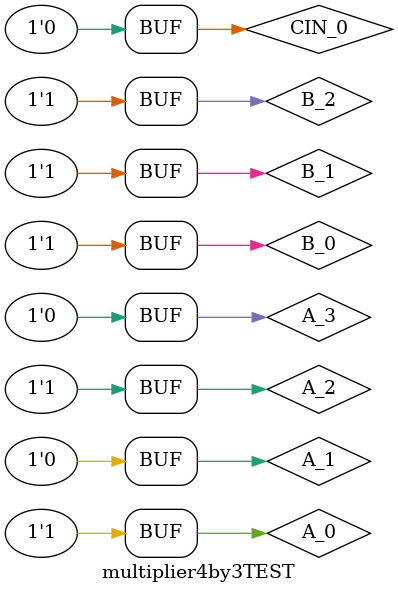
<source format=v>
`timescale 1ns / 1ps


module multiplier4by3TEST;
    reg A_0;reg A_1;reg A_2;reg A_3;
    reg B_0; reg B_1;reg B_2; 
    reg CIN_0;
    wire SUM_0; wire SUM_1; wire SUM_2; wire SUM_3; wire SUM_4; wire SUM_5; wire SUM_6;

multiplier4by3 mult(
    .A_0(A_0),
    .A_1(A_1),
    .A_2(A_2),
    .A_3(A_3),
    
    .B_0(B_0),
    .B_1(B_1),
    .B_2(B_2), 
    
    .CIN_0(CIN_0),
    
    .SUM_0( SUM_0), .SUM_1(SUM_1), .SUM_2(SUM_2),.SUM_3(SUM_3),.SUM_4(SUM_4),.SUM_5(SUM_5),.SUM_6(SUM_6)
    );
    
 initial
    begin
    $monitor( A_0,A_1,A_3,B_0, B_1, B_2,SUM_0,SUM_1,SUM_2,SUM_3,SUM_4, SUM_5, SUM_6,CIN_0 );
    CIN_0  = 1'b0;
    
    
    //5x3
     A_0  = 1'b1;
     A_1  = 1'b0;
     A_2  = 1'b1;
     A_3  = 1'b0;
     
     B_0  = 1'b1;
     B_1  = 1'b1;
     B_2  = 1'b0;
     
      #100
    //15x5
     A_0  = 1'b1;
     A_1  = 1'b1;
     A_2  = 1'b1;
     A_3  = 1'b1;
     
     B_0  = 1'b1;
     B_1  = 1'b0;
     B_2  = 1'b1;
     #100
    
    //9x7
     A_0  = 1'b1;
     A_1  = 1'b0;
     A_2  = 1'b1;
     A_3  = 1'b0;
     
     B_0  = 1'b1;
     B_1  = 1'b1;
     B_2  = 1'b1;
     
end



endmodule

</source>
